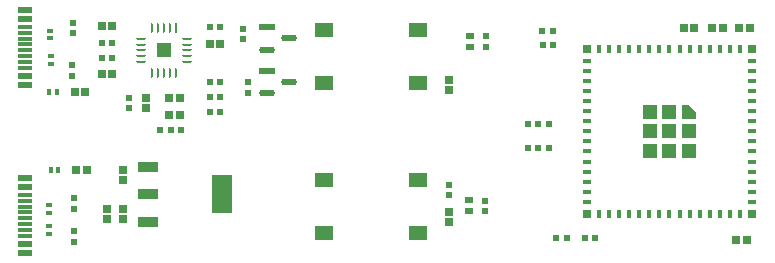
<source format=gtp>
G04*
G04 #@! TF.GenerationSoftware,Altium Limited,Altium Designer,24.9.1 (31)*
G04*
G04 Layer_Color=8421504*
%FSLAX44Y44*%
%MOMM*%
G71*
G04*
G04 #@! TF.SameCoordinates,9342EB83-EE33-4B72-AB8E-5D22900AAE0C*
G04*
G04*
G04 #@! TF.FilePolarity,Positive*
G04*
G01*
G75*
%ADD15R,1.2965X1.2965*%
G04:AMPARAMS|DCode=16|XSize=0.2425mm|YSize=0.8397mm|CornerRadius=0.1212mm|HoleSize=0mm|Usage=FLASHONLY|Rotation=270.000|XOffset=0mm|YOffset=0mm|HoleType=Round|Shape=RoundedRectangle|*
%AMROUNDEDRECTD16*
21,1,0.2425,0.5972,0,0,270.0*
21,1,0.0000,0.8397,0,0,270.0*
1,1,0.2425,-0.2986,0.0000*
1,1,0.2425,-0.2986,0.0000*
1,1,0.2425,0.2986,0.0000*
1,1,0.2425,0.2986,0.0000*
%
%ADD16ROUNDEDRECTD16*%
G04:AMPARAMS|DCode=17|XSize=0.8397mm|YSize=0.2425mm|CornerRadius=0.1212mm|HoleSize=0mm|Usage=FLASHONLY|Rotation=270.000|XOffset=0mm|YOffset=0mm|HoleType=Round|Shape=RoundedRectangle|*
%AMROUNDEDRECTD17*
21,1,0.8397,0.0000,0,0,270.0*
21,1,0.5972,0.2425,0,0,270.0*
1,1,0.2425,0.0000,-0.2986*
1,1,0.2425,0.0000,0.2986*
1,1,0.2425,0.0000,0.2986*
1,1,0.2425,0.0000,-0.2986*
%
%ADD17ROUNDEDRECTD17*%
%ADD18R,0.2425X0.8397*%
%ADD19R,0.6000X0.4900*%
%ADD20R,0.4900X0.6000*%
G04:AMPARAMS|DCode=21|XSize=0.64mm|YSize=0.72mm|CornerRadius=0.08mm|HoleSize=0mm|Usage=FLASHONLY|Rotation=180.000|XOffset=0mm|YOffset=0mm|HoleType=Round|Shape=RoundedRectangle|*
%AMROUNDEDRECTD21*
21,1,0.6400,0.5600,0,0,180.0*
21,1,0.4800,0.7200,0,0,180.0*
1,1,0.1600,-0.2400,0.2800*
1,1,0.1600,0.2400,0.2800*
1,1,0.1600,0.2400,-0.2800*
1,1,0.1600,-0.2400,-0.2800*
%
%ADD21ROUNDEDRECTD21*%
%ADD22R,0.8000X0.8000*%
%ADD23R,0.4000X0.8000*%
%ADD24R,0.8000X0.4000*%
%ADD25R,1.2000X1.2000*%
%ADD26R,1.1500X0.6000*%
%ADD27R,1.1500X0.3000*%
G04:AMPARAMS|DCode=28|XSize=3.2mm|YSize=1.75mm|CornerRadius=0.0525mm|HoleSize=0mm|Usage=FLASHONLY|Rotation=90.000|XOffset=0mm|YOffset=0mm|HoleType=Round|Shape=RoundedRectangle|*
%AMROUNDEDRECTD28*
21,1,3.2000,1.6450,0,0,90.0*
21,1,3.0950,1.7500,0,0,90.0*
1,1,0.1050,0.8225,1.5475*
1,1,0.1050,0.8225,-1.5475*
1,1,0.1050,-0.8225,-1.5475*
1,1,0.1050,-0.8225,1.5475*
%
%ADD28ROUNDEDRECTD28*%
G04:AMPARAMS|DCode=29|XSize=0.9mm|YSize=1.75mm|CornerRadius=0.0495mm|HoleSize=0mm|Usage=FLASHONLY|Rotation=90.000|XOffset=0mm|YOffset=0mm|HoleType=Round|Shape=RoundedRectangle|*
%AMROUNDEDRECTD29*
21,1,0.9000,1.6510,0,0,90.0*
21,1,0.8010,1.7500,0,0,90.0*
1,1,0.0990,0.8255,0.4005*
1,1,0.0990,0.8255,-0.4005*
1,1,0.0990,-0.8255,-0.4005*
1,1,0.0990,-0.8255,0.4005*
%
%ADD29ROUNDEDRECTD29*%
%ADD30R,1.5500X1.3000*%
G04:AMPARAMS|DCode=31|XSize=0.64mm|YSize=0.72mm|CornerRadius=0.08mm|HoleSize=0mm|Usage=FLASHONLY|Rotation=90.000|XOffset=0mm|YOffset=0mm|HoleType=Round|Shape=RoundedRectangle|*
%AMROUNDEDRECTD31*
21,1,0.6400,0.5600,0,0,90.0*
21,1,0.4800,0.7200,0,0,90.0*
1,1,0.1600,0.2800,0.2400*
1,1,0.1600,0.2800,-0.2400*
1,1,0.1600,-0.2800,-0.2400*
1,1,0.1600,-0.2800,0.2400*
%
%ADD31ROUNDEDRECTD31*%
%ADD32R,0.7000X0.6000*%
G04:AMPARAMS|DCode=33|XSize=1.3571mm|YSize=0.5721mm|CornerRadius=0.2861mm|HoleSize=0mm|Usage=FLASHONLY|Rotation=0.000|XOffset=0mm|YOffset=0mm|HoleType=Round|Shape=RoundedRectangle|*
%AMROUNDEDRECTD33*
21,1,1.3571,0.0000,0,0,0.0*
21,1,0.7850,0.5721,0,0,0.0*
1,1,0.5721,0.3925,0.0000*
1,1,0.5721,-0.3925,0.0000*
1,1,0.5721,-0.3925,0.0000*
1,1,0.5721,0.3925,0.0000*
%
%ADD33ROUNDEDRECTD33*%
%ADD34R,1.3571X0.5721*%
%ADD35R,0.3500X0.6000*%
%ADD36R,0.6000X0.3500*%
G36*
X618840Y137500D02*
Y149500D01*
X624840D01*
X630840Y143500D01*
Y137500D01*
X618840D01*
D02*
G37*
D15*
X180340Y195580D02*
D03*
D16*
X199495Y205580D02*
D03*
Y200580D02*
D03*
Y195580D02*
D03*
Y190580D02*
D03*
Y185580D02*
D03*
X161185D02*
D03*
Y190580D02*
D03*
Y195580D02*
D03*
Y200580D02*
D03*
Y205580D02*
D03*
D17*
X190340Y176425D02*
D03*
X185340D02*
D03*
X180340D02*
D03*
X175340D02*
D03*
X170340D02*
D03*
Y214735D02*
D03*
X175340D02*
D03*
X180340D02*
D03*
X185340D02*
D03*
D18*
X190340D02*
D03*
D19*
X102870Y183366D02*
D03*
Y174266D02*
D03*
X151130Y146580D02*
D03*
Y155680D02*
D03*
X453390Y207750D02*
D03*
Y198650D02*
D03*
X104140Y33550D02*
D03*
Y42650D02*
D03*
Y70590D02*
D03*
Y61490D02*
D03*
X452374Y59204D02*
D03*
Y68304D02*
D03*
X247650Y205000D02*
D03*
Y214100D02*
D03*
X251460Y168888D02*
D03*
Y159788D02*
D03*
X103378Y219180D02*
D03*
Y210080D02*
D03*
X421640Y72920D02*
D03*
Y82020D02*
D03*
D20*
X497310Y133096D02*
D03*
X488210D02*
D03*
X497354D02*
D03*
X506454D02*
D03*
X497354Y112776D02*
D03*
X506454D02*
D03*
X127530Y189230D02*
D03*
X136630D02*
D03*
X127530Y201930D02*
D03*
X136630D02*
D03*
X228070Y215138D02*
D03*
X218970D02*
D03*
X228070Y156210D02*
D03*
X218970D02*
D03*
Y168910D02*
D03*
X228070D02*
D03*
X218970Y143510D02*
D03*
X228070D02*
D03*
X500656Y212090D02*
D03*
X509756D02*
D03*
X545570Y36830D02*
D03*
X536470D02*
D03*
X521440D02*
D03*
X512340D02*
D03*
X195050Y128270D02*
D03*
X185950D02*
D03*
X177060D02*
D03*
X186160D02*
D03*
X488254Y112776D02*
D03*
X497354D02*
D03*
X500910Y199898D02*
D03*
X510010D02*
D03*
D21*
X114880Y93980D02*
D03*
X106100D02*
D03*
X629230Y214630D02*
D03*
X620450D02*
D03*
X136470Y215900D02*
D03*
X127690D02*
D03*
X219384Y200914D02*
D03*
X228164D02*
D03*
X136470Y175260D02*
D03*
X127690D02*
D03*
X184840Y140970D02*
D03*
X193620D02*
D03*
X673680Y35306D02*
D03*
X664900D02*
D03*
X667440Y214630D02*
D03*
X676220D02*
D03*
X644580D02*
D03*
X653360D02*
D03*
X104830Y160020D02*
D03*
X113610D02*
D03*
X184840Y154940D02*
D03*
X193620D02*
D03*
D22*
X678340Y197000D02*
D03*
X538340D02*
D03*
X678340Y57000D02*
D03*
X538340D02*
D03*
D23*
X667840Y197000D02*
D03*
X659340D02*
D03*
X650840D02*
D03*
X642340D02*
D03*
X633840D02*
D03*
X625340D02*
D03*
X616840D02*
D03*
X608340D02*
D03*
X599840D02*
D03*
X591340D02*
D03*
X582840D02*
D03*
X574340D02*
D03*
X565840D02*
D03*
X557340D02*
D03*
X548840D02*
D03*
Y57000D02*
D03*
X557340D02*
D03*
X565840D02*
D03*
X574340D02*
D03*
X582840D02*
D03*
X591340D02*
D03*
X599840D02*
D03*
X608340D02*
D03*
X616840D02*
D03*
X625340D02*
D03*
X633840D02*
D03*
X642340D02*
D03*
X650840D02*
D03*
X659340D02*
D03*
X667840D02*
D03*
D24*
X538340Y186500D02*
D03*
Y178000D02*
D03*
Y169500D02*
D03*
Y161000D02*
D03*
Y152500D02*
D03*
Y144000D02*
D03*
Y135500D02*
D03*
Y127000D02*
D03*
Y118500D02*
D03*
Y110000D02*
D03*
Y101500D02*
D03*
Y93000D02*
D03*
Y84500D02*
D03*
Y76000D02*
D03*
Y67500D02*
D03*
X678340D02*
D03*
Y76000D02*
D03*
Y84500D02*
D03*
Y93000D02*
D03*
Y101500D02*
D03*
Y110000D02*
D03*
Y118500D02*
D03*
Y127000D02*
D03*
Y135500D02*
D03*
Y144000D02*
D03*
Y152500D02*
D03*
Y161000D02*
D03*
Y169500D02*
D03*
Y178000D02*
D03*
Y186500D02*
D03*
D25*
X608340Y127000D02*
D03*
X624840D02*
D03*
Y110500D02*
D03*
X608340D02*
D03*
X591840D02*
D03*
Y127000D02*
D03*
Y143500D02*
D03*
X608340D02*
D03*
D26*
X62900Y166100D02*
D03*
Y230100D02*
D03*
Y222100D02*
D03*
Y174100D02*
D03*
Y31900D02*
D03*
Y79900D02*
D03*
Y87900D02*
D03*
Y23900D02*
D03*
D27*
Y180600D02*
D03*
Y185600D02*
D03*
Y190600D02*
D03*
Y195600D02*
D03*
Y200600D02*
D03*
Y205600D02*
D03*
Y210600D02*
D03*
Y215600D02*
D03*
Y73400D02*
D03*
Y68400D02*
D03*
Y63400D02*
D03*
Y58400D02*
D03*
Y53400D02*
D03*
Y48400D02*
D03*
Y43400D02*
D03*
Y38400D02*
D03*
D28*
X229370Y73660D02*
D03*
D29*
X166870Y50660D02*
D03*
Y73660D02*
D03*
Y96660D02*
D03*
D30*
X315850Y86000D02*
D03*
X395350D02*
D03*
X315850Y41000D02*
D03*
X395350D02*
D03*
X315850Y213000D02*
D03*
X395350D02*
D03*
X315850Y168000D02*
D03*
X395350D02*
D03*
D31*
X421640Y59000D02*
D03*
Y50220D02*
D03*
X146050Y94560D02*
D03*
Y85780D02*
D03*
Y52760D02*
D03*
Y61540D02*
D03*
X132080Y52760D02*
D03*
Y61540D02*
D03*
X165100Y155520D02*
D03*
Y146740D02*
D03*
X421640Y170760D02*
D03*
Y161980D02*
D03*
D32*
X439420Y198450D02*
D03*
Y207950D02*
D03*
X438404Y69266D02*
D03*
Y59766D02*
D03*
D33*
X286366Y205740D02*
D03*
X267355Y196240D02*
D03*
X286366Y168910D02*
D03*
X267355Y159410D02*
D03*
D34*
Y215240D02*
D03*
Y178410D02*
D03*
D35*
X90880Y93980D02*
D03*
X84380D02*
D03*
X89610Y160020D02*
D03*
X83110D02*
D03*
D36*
X82692Y58128D02*
D03*
Y64628D02*
D03*
X82804Y46990D02*
D03*
Y40490D02*
D03*
X84074Y205792D02*
D03*
Y212292D02*
D03*
X84328Y190448D02*
D03*
Y183948D02*
D03*
M02*

</source>
